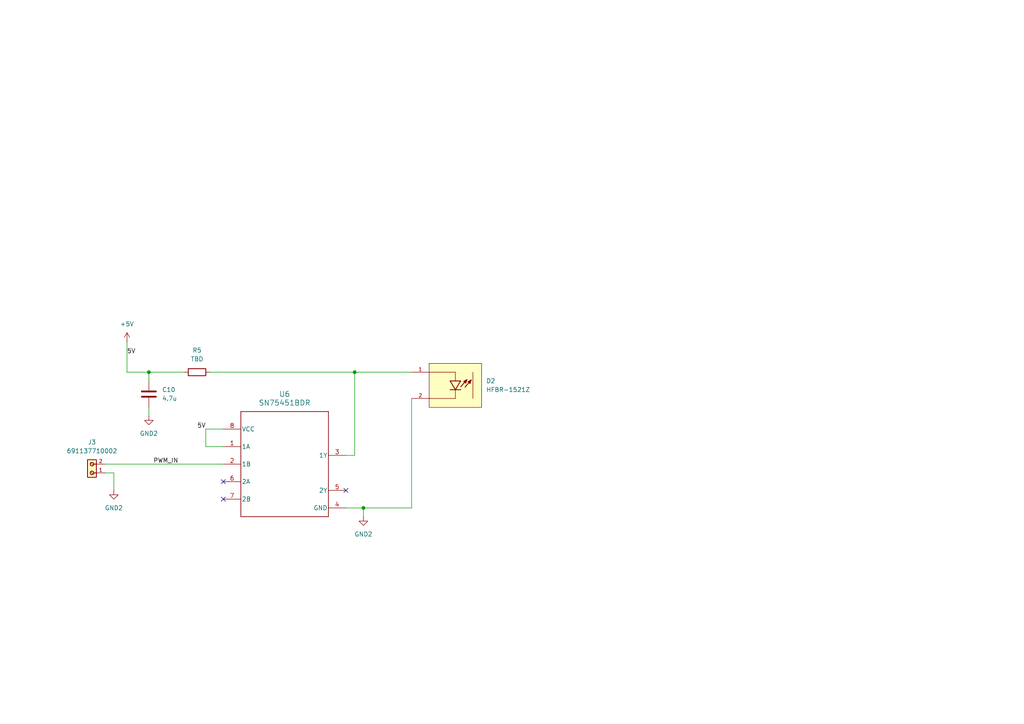
<source format=kicad_sch>
(kicad_sch (version 20250114) (generator "eeschema") (generator_version "9.0")
  (paper "A4")
  (lib_symbols
    (symbol "Device:C" (pin_numbers (hide yes)) (pin_names (offset 0.254))
      (property "Reference" "C" (at 0.635 2.54 0))
      (property "Value" "C" (at 0.635 -2.54 0))
      (symbol "C_0_1"
        (polyline (pts (xy -2.032 0.762) (xy 2.032 0.762)) (stroke (width 0.508)))
        (polyline (pts (xy -2.032 -0.762) (xy 2.032 -0.762)) (stroke (width 0.508)))
      )
      (symbol "C_1_1"
        (pin passive line (at 0 3.81 270) (length 2.794) (name "~") (number "1"))
        (pin passive line (at 0 -3.81 90) (length 2.794) (name "~") (number "2"))
      )
    )
    (symbol "Device:R_1206" (pin_numbers (hide yes)) (pin_names (offset 0))
      (property "Reference" "R" (at 2.032 0 90))
      (property "Value" "R" (at 0 0 90))
      (symbol "R_1206_0_1"
        (rectangle (start -1.016 -2.54) (end 1.016 2.54) (stroke (width 0.254)))
      )
      (symbol "R_1206_1_1"
        (pin passive line (at 0 3.81 270) (length 1.27) (name "~") (number "1"))
        (pin passive line (at 0 -3.81 90) (length 1.27) (name "~") (number "2"))
      )
    )
    (symbol "Opto_transmitter:HFBR-1521Z" (pin_names (offset 1.016))
      (property "Reference" "D" (at -7.62 6.35 0))
      (property "Value" "HFBR-1521Z" (at -7.62 -8.89 0))
      (symbol "HFBR-1521Z_0_0"
        (rectangle (start -7.62 -7.62) (end 7.62 5.08) (stroke (width 0.1524)) (fill (type background)))
        (polyline (pts (xy -1.524 0) (xy 0 -2.54)) (stroke (width 0.254)))
        (polyline (pts (xy 0 2.54) (xy -7.62 2.54)) (stroke (width 0.1524)))
        (polyline (pts (xy 0 0) (xy -1.524 0)) (stroke (width 0.254)))
        (polyline (pts (xy 0 0) (xy 0 2.54)) (stroke (width 0.1524)))
        (polyline (pts (xy 0 -2.54) (xy 1.524 0)) (stroke (width 0.254)))
        (polyline (pts (xy 0 -5.08) (xy -7.62 -5.08)) (stroke (width 0.1524)))
        (polyline (pts (xy 0 -5.08) (xy 0 -2.54)) (stroke (width 0.1524)))
        (polyline (pts (xy 1.524 0) (xy 0 0)) (stroke (width 0.254)))
        (polyline (pts (xy 1.524 -2.54) (xy -1.524 -2.54)) (stroke (width 0.254)))
        (polyline (pts (xy 2.4384 -0.127) (xy 3.3274 0.3556)) (stroke (width 0.254)))
        (polyline (pts (xy 2.6162 -0.2032) (xy 2.8448 -0.0508)) (stroke (width 0.254)))
        (polyline (pts (xy 2.9972 -0.6096) (xy 2.4384 -0.127)) (stroke (width 0.254)))
        (polyline (pts (xy 2.9972 -0.6096) (xy 3.0226 0.127)) (stroke (width 0.254)))
        (polyline (pts (xy 3.0226 0.127) (xy 2.8956 0.127)) (stroke (width 0.254)))
        (polyline (pts (xy 3.3274 0.3556) (xy 1.5494 -1.6764)) (stroke (width 0.254)))
        (polyline (pts (xy 3.3274 0.3556) (xy 2.9972 -0.6096)) (stroke (width 0.254)))
        (polyline (pts (xy 3.683 -0.2286) (xy 4.572 0.254)) (stroke (width 0.254)))
        (polyline (pts (xy 3.8608 -0.3048) (xy 4.0894 -0.1524)) (stroke (width 0.254)))
        (polyline (pts (xy 4.2418 -0.7112) (xy 3.683 -0.2286)) (stroke (width 0.254)))
        (polyline (pts (xy 4.2418 -0.7112) (xy 4.2672 0.0254)) (stroke (width 0.254)))
        (polyline (pts (xy 4.2672 0.0254) (xy 4.1402 0.0254)) (stroke (width 0.254)))
        (polyline (pts (xy 4.572 0.254) (xy 2.794 -1.778)) (stroke (width 0.254)))
        (polyline (pts (xy 4.572 0.254) (xy 4.2418 -0.7112)) (stroke (width 0.254)))
        (polyline (pts (xy 5.08 2.54) (xy 5.08 -5.08)) (stroke (width 0.1524)))
        (pin passive line (at -12.7 2.54 0) (length 5.08) (name "~") (number "1"))
        (pin passive line (at -12.7 -5.08 0) (length 5.08) (name "~") (number "2"))
      )
    )
    (symbol "SN75451BDR:SN75451BDR" (pin_names (offset 0.254))
      (property "Reference" "U" (at 0 2.54 0))
      (property "Value" "SN75451BDR" (at 0 0 0))
      (symbol "SN75451BDR_0_1"
        (polyline (pts (xy -12.7 15.24) (xy -12.7 -15.24)) (stroke (width 0.2032)))
        (polyline (pts (xy -12.7 -15.24) (xy 12.7 -15.24)) (stroke (width 0.2032)))
        (polyline (pts (xy 12.7 15.24) (xy -12.7 15.24)) (stroke (width 0.2032)))
        (polyline (pts (xy 12.7 -15.24) (xy 12.7 15.24)) (stroke (width 0.2032)))
        (pin power_in line (at -17.78 10.16 0) (length 5.08) (name "VCC") (number "8"))
        (pin input line (at -17.78 5.08 0) (length 5.08) (name "1A") (number "1"))
        (pin input line (at -17.78 0 0) (length 5.08) (name "1B") (number "2"))
        (pin input line (at -17.78 -5.08 0) (length 5.08) (name "2A") (number "6"))
        (pin input line (at -17.78 -10.16 0) (length 5.08) (name "2B") (number "7"))
        (pin output line (at 17.78 2.54 180) (length 5.08) (name "1Y") (number "3"))
        (pin output line (at 17.78 -7.62 180) (length 5.08) (name "2Y") (number "5"))
        (pin power_in line (at 17.78 -12.7 180) (length 5.08) (name "GND") (number "4"))
      )
    )
    (symbol "VSI_DPT:691137710002" (pin_names (offset 1.016))
      (property "Reference" "J" (at -4.88 -0.922 0))
      (property "Value" "691137710002" (at -4.83 -2.58 0))
      (symbol "691137710002_0_0"
        (rectangle (start -3.81 -2.54) (end 1.27 0) (stroke (width 0.254)) (fill (type background)))
        (circle (center -2.54 -1.27) (radius 0.508) (stroke (width 0.254)))
        (polyline (pts (xy -2.54 -1.778) (xy -2.54 -2.54)) (stroke (width 0.254)))
        (polyline (pts (xy -2.286 -1.016) (xy -2.794 -1.524)) (stroke (width 0.1524)))
        (circle (center 0 -1.27) (radius 0.508) (stroke (width 0.254)))
        (polyline (pts (xy 0 -1.778) (xy 0 -2.54)) (stroke (width 0.254)))
        (polyline (pts (xy 0.254 -1.016) (xy -0.254 -1.524)) (stroke (width 0.1524)))
        (pin passive line (at -2.54 -5.08 90) (length 2.54) (name "~") (number "1"))
        (pin passive line (at 0 -5.08 90) (length 2.54) (name "~") (number "2"))
      )
    )
    (symbol "power:+5V" (power) (pin_numbers (hide yes)) (pin_names (offset 0) (hide yes))
      (property "Value" "+5V" (at 0 3.556 0))
      (symbol "+5V_0_1"
        (polyline (pts (xy -0.762 1.27) (xy 0 2.54)))
        (polyline (pts (xy 0 2.54) (xy 0.762 1.27)))
        (polyline (pts (xy 0 0) (xy 0 2.54)))
      )
      (symbol "+5V_1_1"
        (pin power_in line (at 0 0 90) (length 0) (name "~") (number "1"))
      )
    )
    (symbol "power:GND2" (power) (pin_numbers (hide yes)) (pin_names (offset 0) (hide yes))
      (property "Value" "GND2" (at 0 -3.81 0))
      (symbol "GND2_0_1"
        (polyline (pts (xy 0 0) (xy 0 -1.27) (xy 1.27 -1.27) (xy 0 -2.54) (xy -1.27 -1.27) (xy 0 -1.27)))
      )
      (symbol "GND2_1_1"
        (pin power_in line (at 0 0 270) (length 0) (name "~") (number "1"))
      )
    )
  )
  (junction (at 105.41 147.32))
  (junction (at 102.87 107.95))
  (junction (at 43.18 107.95))
  (no_connect (at 100.33 142.24))
  (no_connect (at 64.77 139.7))
  (no_connect (at 64.77 144.78))
  (wire (pts (xy 119.38 147.32) (xy 105.41 147.32)))
  (wire (pts (xy 100.33 132.08) (xy 102.87 132.08)))
  (wire (pts (xy 43.18 107.95) (xy 43.18 110.49)))
  (wire (pts (xy 60.96 107.95) (xy 102.87 107.95)))
  (wire (pts (xy 30.48 134.62) (xy 64.77 134.62)))
  (wire (pts (xy 43.18 118.11) (xy 43.18 120.65)))
  (wire (pts (xy 33.02 137.16) (xy 33.02 142.24)))
  (wire (pts (xy 102.87 107.95) (xy 102.87 132.08)))
  (wire (pts (xy 105.41 147.32) (xy 100.33 147.32)))
  (wire (pts (xy 119.38 115.57) (xy 119.38 147.32)))
  (wire (pts (xy 36.83 107.95) (xy 43.18 107.95)))
  (wire (pts (xy 43.18 107.95) (xy 53.34 107.95)))
  (wire (pts (xy 59.69 129.54) (xy 64.77 129.54)))
  (wire (pts (xy 59.69 124.46) (xy 59.69 129.54)))
  (wire (pts (xy 59.69 124.46) (xy 64.77 124.46)))
  (wire (pts (xy 30.48 137.16) (xy 33.02 137.16)))
  (wire (pts (xy 36.83 99.06) (xy 36.83 107.95)))
  (wire (pts (xy 102.87 107.95) (xy 119.38 107.95)))
  (wire (pts (xy 105.41 149.86) (xy 105.41 147.32)))
  (label "5V" (at 59.69 124.46 180))
  (label "PWM_IN" (at 44.45 134.62 0))
  (label "5V" (at 36.83 102.87 0))
  (symbol (lib_id "power:GND2") (at 105.41 149.86 0) (unit 1)
    (property "Reference" "#PWR05" (effects (hide yes)))
    (property "Value" "GND2" (at 105.41 154.94 0))
    (property "Description" "Power symbol creates a global label with name \"GND2\" , ground" (effects (hide yes)))
  )
  (symbol (lib_id "Device:C") (at 43.18 114.3 0) (unit 1)
    (property "Reference" "C10" (at 46.99 113.0299 0) (effects (justify left)))
    (property "Value" "4.7u" (at 46.99 115.5699 0) (effects (justify left)))
    (property "Description" "Unpolarized capacitor" (effects (hide yes)))
  )
  (symbol (lib_id "SN75451BDR:SN75451BDR") (at 82.55 134.62 0) (unit 1)
    (property "Reference" "U6" (at 82.55 114.3 0) (effects (font (size 1.524 1.524))))
    (property "Value" "SN75451BDR" (at 82.55 116.84 0) (effects (font (size 1.524 1.524))))
    (property "Footprint" "D0008A_N" (effects (hide yes)))
    (property "Datasheet" "https://www.ti.com/lit/gpn/sn75451b" (effects (hide yes)))
  )
  (symbol (lib_id "Device:R_1206") (at 57.15 107.95 90) (unit 1)
    (property "Reference" "R5" (at 57.15 101.6 90))
    (property "Value" "TBD" (at 57.15 104.14 90))
    (property "Footprint" "Resistor_SMD:R_1206_3216Metric" (effects (hide yes)))
    (property "Description" "Resistor" (effects (hide yes)))
  )
  (symbol (lib_id "power:GND2") (at 33.02 142.24 0) (unit 1)
    (property "Reference" "#PWR06" (effects (hide yes)))
    (property "Value" "GND2" (at 33.02 147.32 0))
    (property "Description" "Power symbol creates a global label with name \"GND2\" , ground" (effects (hide yes)))
  )
  (symbol (lib_id "power:GND2") (at 43.18 120.65 0) (unit 1)
    (property "Reference" "#PWR08" (effects (hide yes)))
    (property "Value" "GND2" (at 43.18 125.73 0))
    (property "Description" "Power symbol creates a global label with name \"GND2\" , ground" (effects (hide yes)))
  )
  (symbol (lib_id "VSI_DPT:691137710002") (at 25.4 134.62 90) (unit 1)
    (property "Reference" "J3" (at 26.67 128.27 90))
    (property "Value" "691137710002" (at 26.67 130.81 90))
    (property "Footprint" "VSI_DPT:691137710002" (effects (hide yes)))
  )
  (symbol (lib_id "Opto_transmitter:HFBR-1521Z") (at 132.08 110.49 0) (unit 1)
    (property "Reference" "D2" (at 140.97 110.4899 0) (effects (justify left)))
    (property "Value" "HFBR-1521Z" (at 140.97 113.0299 0) (effects (justify left)))
    (property "Footprint" "HFBR-1521Z:OPTO_HFBR-1521Z" (effects (hide yes)))
    (property "PARTREV" "12/03/2020" (effects (hide yes)))
    (property "MANUFACTURER" "Broadcom" (effects (hide yes)))
    (property "MAXIMUM_PACKAGE_HEIGHT" "7.62 mm" (effects (hide yes)))
    (property "STANDARD" "Manufacturer Recommendations" (effects (hide yes)))
  )
  (symbol (lib_id "power:+5V") (at 36.83 99.06 0) (unit 1)
    (property "Reference" "#PWR07" (effects (hide yes)))
    (property "Value" "+5V" (at 36.83 93.98 0))
    (property "Description" "Power symbol creates a global label with name \"+5V\"" (effects (hide yes)))
  )
)
</source>
